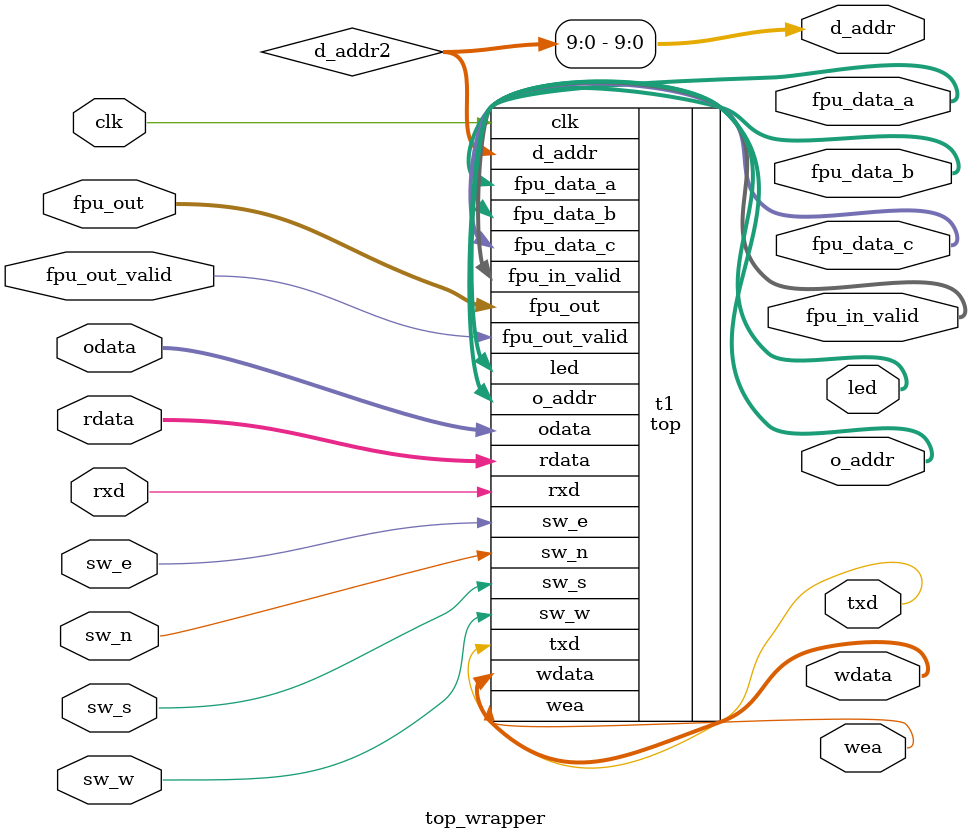
<source format=v>
module top_wrapper(
  input wire clk,
  input wire sw_n,
  input wire sw_e,
  input wire sw_s,
  input wire sw_w,
  output wire [7:0] led,
  output wire txd,
  output wire [31:0] fpu_data_a,
  output wire [31:0] fpu_data_b,
  output wire [7:0] fpu_data_c,
  input wire [31:0] fpu_out,
  output wire [9:0] fpu_in_valid,
  input wire fpu_out_valid,
  output wire [9:0] o_addr,
  output wire [9:0] d_addr,
  input wire [31:0] odata,
  input wire [31:0] rdata,
  output wire [31:0] wdata,
  output wire wea,
  input wire rxd
  );

  wire [31:0] d_addr2;
  assign d_addr = d_addr2[9:0];

  top t1(
    .sw_n(sw_n),
    .sw_e(sw_e),
    .sw_s(sw_s),
    .sw_w(sw_w),
    .clk(clk),
    .led(led),
    .txd(txd),
    .fpu_data_a(fpu_data_a),
    .fpu_data_b(fpu_data_b),
    .fpu_data_c(fpu_data_c),
    .fpu_out(fpu_out),
    .fpu_in_valid(fpu_in_valid),
    .fpu_out_valid(fpu_out_valid),
    .o_addr(o_addr),
    .d_addr(d_addr2),
    .odata(odata),
    .rdata(rdata),
    .wdata(wdata),
    .wea(wea),
    .rxd(rxd)
    );

endmodule

</source>
